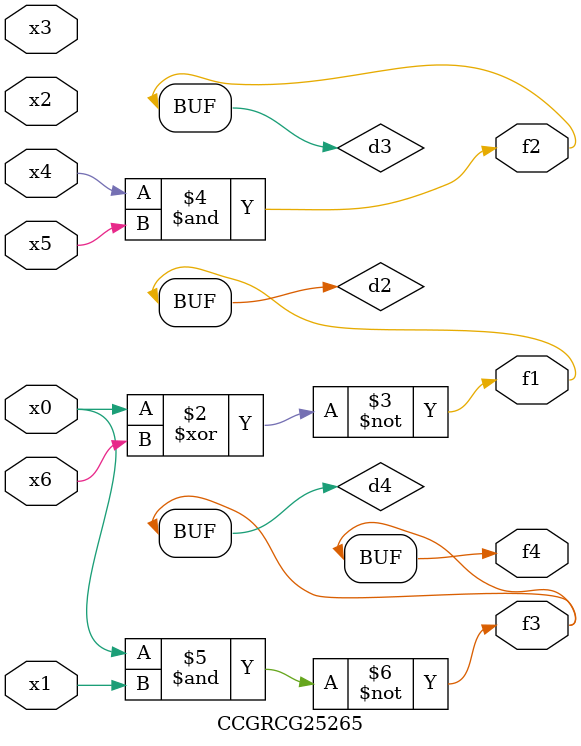
<source format=v>
module CCGRCG25265(
	input x0, x1, x2, x3, x4, x5, x6,
	output f1, f2, f3, f4
);

	wire d1, d2, d3, d4;

	nor (d1, x0);
	xnor (d2, x0, x6);
	and (d3, x4, x5);
	nand (d4, x0, x1);
	assign f1 = d2;
	assign f2 = d3;
	assign f3 = d4;
	assign f4 = d4;
endmodule

</source>
